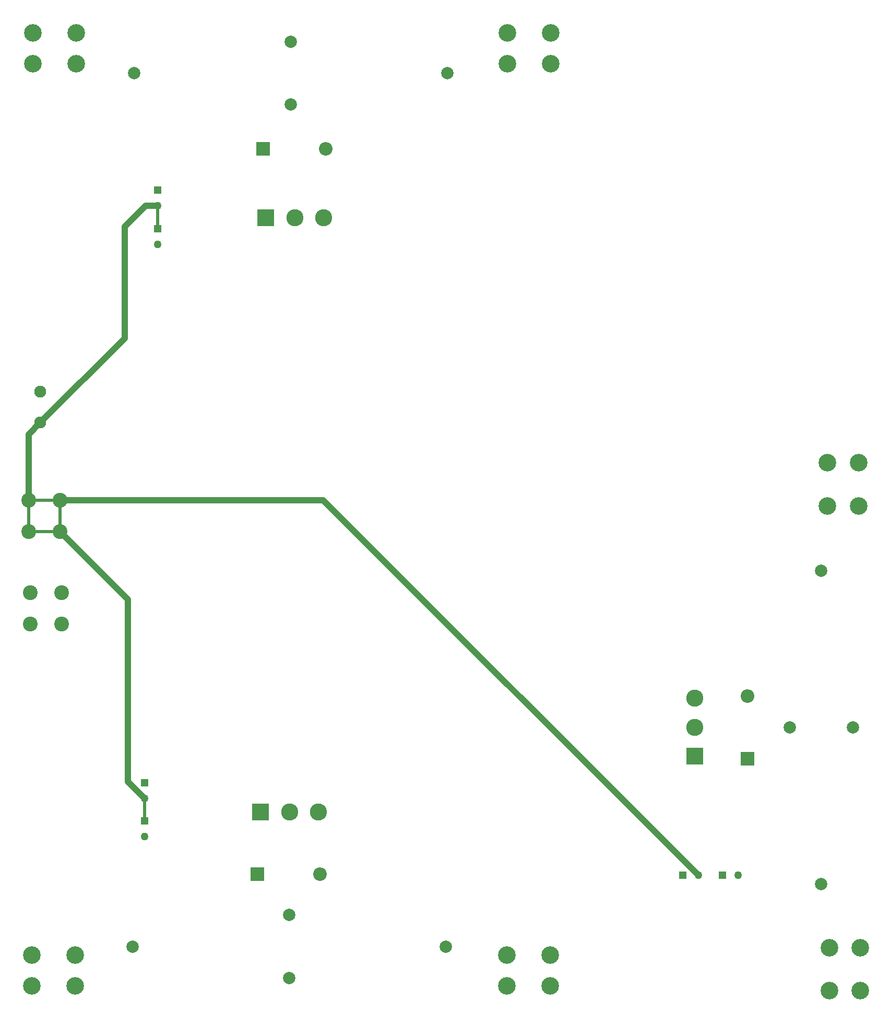
<source format=gbr>
G04 #@! TF.GenerationSoftware,KiCad,Pcbnew,9.0.5*
G04 #@! TF.CreationDate,2025-10-26T17:23:22-04:00*
G04 #@! TF.ProjectId,ReedRelay_Drive,52656564-5265-46c6-9179-5f4472697665,rev?*
G04 #@! TF.SameCoordinates,Original*
G04 #@! TF.FileFunction,Copper,L2,Bot*
G04 #@! TF.FilePolarity,Positive*
%FSLAX46Y46*%
G04 Gerber Fmt 4.6, Leading zero omitted, Abs format (unit mm)*
G04 Created by KiCad (PCBNEW 9.0.5) date 2025-10-26 17:23:22*
%MOMM*%
%LPD*%
G01*
G04 APERTURE LIST*
G04 #@! TA.AperFunction,ComponentPad*
%ADD10C,2.400000*%
G04 #@! TD*
G04 #@! TA.AperFunction,ComponentPad*
%ADD11C,2.850000*%
G04 #@! TD*
G04 #@! TA.AperFunction,ComponentPad*
%ADD12C,2.000000*%
G04 #@! TD*
G04 #@! TA.AperFunction,ComponentPad*
%ADD13R,2.775000X2.775000*%
G04 #@! TD*
G04 #@! TA.AperFunction,ComponentPad*
%ADD14C,2.775000*%
G04 #@! TD*
G04 #@! TA.AperFunction,ComponentPad*
%ADD15C,1.270000*%
G04 #@! TD*
G04 #@! TA.AperFunction,ComponentPad*
%ADD16R,1.270000X1.270000*%
G04 #@! TD*
G04 #@! TA.AperFunction,ComponentPad*
%ADD17R,2.200000X2.200000*%
G04 #@! TD*
G04 #@! TA.AperFunction,ComponentPad*
%ADD18O,2.200000X2.200000*%
G04 #@! TD*
G04 #@! TA.AperFunction,ComponentPad*
%ADD19C,1.950000*%
G04 #@! TD*
G04 #@! TA.AperFunction,Conductor*
%ADD20C,1.000000*%
G04 #@! TD*
G04 #@! TA.AperFunction,Conductor*
%ADD21C,0.500000*%
G04 #@! TD*
G04 APERTURE END LIST*
D10*
X26499800Y-101727400D03*
X31599800Y-101727400D03*
X26499800Y-106827400D03*
X31599800Y-106827400D03*
D11*
X27190000Y-31000000D03*
X27190000Y-26000000D03*
X34200000Y-26000000D03*
X34200000Y-31000000D03*
X104190000Y-31000000D03*
X104190000Y-26000000D03*
X111200000Y-26000000D03*
X111200000Y-31000000D03*
D12*
X69045000Y-37600000D03*
X69045000Y-27400000D03*
X94445000Y-32500000D03*
X43645000Y-32500000D03*
D10*
X31849800Y-121827400D03*
X26749800Y-121827400D03*
X31849800Y-116727400D03*
X26749800Y-116727400D03*
D12*
X155075000Y-163955000D03*
X155075000Y-113155000D03*
X149975000Y-138555000D03*
X160175000Y-138555000D03*
D13*
X64995000Y-56000000D03*
D14*
X69695000Y-56000000D03*
X74395000Y-56000000D03*
D15*
X45310000Y-150080000D03*
D16*
X45310000Y-147540000D03*
X47445000Y-51440000D03*
D15*
X47445000Y-53980000D03*
X45310000Y-156330000D03*
D16*
X45310000Y-153790000D03*
D17*
X143100000Y-143660000D03*
D18*
X143100000Y-133500000D03*
D13*
X64110000Y-152290000D03*
D14*
X68810000Y-152290000D03*
X73510000Y-152290000D03*
D11*
X111065000Y-180540000D03*
X111065000Y-175540000D03*
X104055000Y-175540000D03*
X104055000Y-180540000D03*
D17*
X64565000Y-44825000D03*
D18*
X74725000Y-44825000D03*
D13*
X134575000Y-143255000D03*
D14*
X134575000Y-138555000D03*
X134575000Y-133855000D03*
D12*
X43335000Y-174115000D03*
X94135000Y-174115000D03*
X68735000Y-169015000D03*
X68735000Y-179215000D03*
D11*
X34065000Y-180540000D03*
X34065000Y-175540000D03*
X27055000Y-175540000D03*
X27055000Y-180540000D03*
D19*
X28399800Y-84177400D03*
X28399800Y-89177400D03*
D11*
X156400000Y-181305000D03*
X161400000Y-181305000D03*
X161400000Y-174295000D03*
X156400000Y-174295000D03*
X156100000Y-95680000D03*
X161100000Y-95680000D03*
X161100000Y-102690000D03*
X156100000Y-102690000D03*
D15*
X135115000Y-162555000D03*
D16*
X132575000Y-162555000D03*
X47445000Y-57710000D03*
D15*
X47445000Y-60250000D03*
D16*
X139055000Y-162555000D03*
D15*
X141595000Y-162555000D03*
D17*
X63605000Y-162415000D03*
D18*
X73765000Y-162415000D03*
D20*
X28399800Y-89177400D02*
X42095000Y-75482200D01*
X42095000Y-75482200D02*
X42095000Y-57381800D01*
X42095000Y-57381800D02*
X45496800Y-53980000D01*
X45496800Y-53980000D02*
X47445000Y-53980000D01*
X31599800Y-101727400D02*
X74287400Y-101727400D01*
X74287400Y-101727400D02*
X135115000Y-162555000D01*
X31599800Y-106827400D02*
X42595000Y-117822600D01*
X42595000Y-147365000D02*
X45310000Y-150080000D01*
X42595000Y-117822600D02*
X42595000Y-147365000D01*
X26499800Y-101727400D02*
X26499800Y-91077400D01*
X26499800Y-91077400D02*
X28399800Y-89177400D01*
D21*
X45310000Y-150080000D02*
X45310000Y-153790000D01*
X47445000Y-53980000D02*
X47445000Y-57710000D01*
X31599800Y-106827400D02*
X31599800Y-101727400D01*
X26499800Y-106827400D02*
X31599800Y-106827400D01*
X26499800Y-101727400D02*
X26499800Y-106827400D01*
X26499800Y-101727400D02*
X31599800Y-101727400D01*
M02*

</source>
